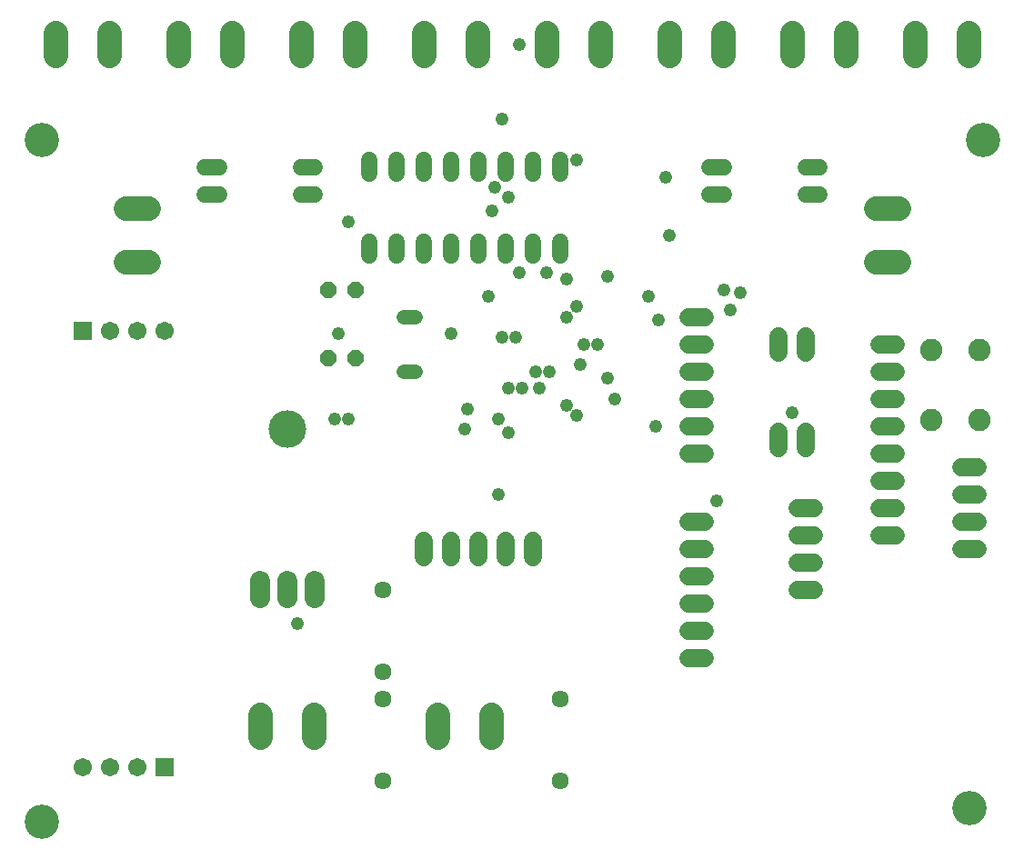
<source format=gbs>
G75*
%MOIN*%
%OFA0B0*%
%FSLAX25Y25*%
%IPPOS*%
%LPD*%
%AMOC8*
5,1,8,0,0,1.08239X$1,22.5*
%
%ADD10C,0.12611*%
%ADD11C,0.05200*%
%ADD12OC8,0.06000*%
%ADD13C,0.08200*%
%ADD14C,0.06800*%
%ADD15C,0.06000*%
%ADD16C,0.09050*%
%ADD17R,0.06737X0.06737*%
%ADD18C,0.06737*%
%ADD19C,0.07400*%
%ADD20C,0.13800*%
%ADD21C,0.06343*%
%ADD22C,0.04800*%
D10*
X0031800Y0036800D03*
X0031800Y0286800D03*
X0371800Y0041800D03*
X0376800Y0286800D03*
D11*
X0169000Y0221800D02*
X0164600Y0221800D01*
X0164600Y0201800D02*
X0169000Y0201800D01*
D12*
X0146800Y0206800D03*
X0136800Y0206800D03*
X0136800Y0231800D03*
X0146800Y0231800D03*
D13*
X0357900Y0209600D03*
X0375700Y0209600D03*
X0375700Y0184000D03*
X0357900Y0184000D03*
D14*
X0344800Y0181800D02*
X0338800Y0181800D01*
X0338800Y0171800D02*
X0344800Y0171800D01*
X0344800Y0161800D02*
X0338800Y0161800D01*
X0338800Y0151800D02*
X0344800Y0151800D01*
X0344800Y0141800D02*
X0338800Y0141800D01*
X0314800Y0141800D02*
X0308800Y0141800D01*
X0308800Y0131800D02*
X0314800Y0131800D01*
X0314800Y0121800D02*
X0308800Y0121800D01*
X0308800Y0151800D02*
X0314800Y0151800D01*
X0311800Y0173800D02*
X0311800Y0179800D01*
X0301800Y0179800D02*
X0301800Y0173800D01*
X0274800Y0171800D02*
X0268800Y0171800D01*
X0268800Y0181800D02*
X0274800Y0181800D01*
X0274800Y0191800D02*
X0268800Y0191800D01*
X0268800Y0201800D02*
X0274800Y0201800D01*
X0274800Y0211800D02*
X0268800Y0211800D01*
X0268800Y0221800D02*
X0274800Y0221800D01*
X0301800Y0214800D02*
X0301800Y0208800D01*
X0311800Y0208800D02*
X0311800Y0214800D01*
X0338800Y0211800D02*
X0344800Y0211800D01*
X0344800Y0201800D02*
X0338800Y0201800D01*
X0338800Y0191800D02*
X0344800Y0191800D01*
X0368800Y0166800D02*
X0374800Y0166800D01*
X0374800Y0156800D02*
X0368800Y0156800D01*
X0368800Y0146800D02*
X0374800Y0146800D01*
X0374800Y0136800D02*
X0368800Y0136800D01*
X0274800Y0136800D02*
X0268800Y0136800D01*
X0268800Y0126800D02*
X0274800Y0126800D01*
X0274800Y0116800D02*
X0268800Y0116800D01*
X0268800Y0106800D02*
X0274800Y0106800D01*
X0274800Y0096800D02*
X0268800Y0096800D01*
X0268800Y0146800D02*
X0274800Y0146800D01*
X0211800Y0139800D02*
X0211800Y0133800D01*
X0201800Y0133800D02*
X0201800Y0139800D01*
X0191800Y0139800D02*
X0191800Y0133800D01*
X0181800Y0133800D02*
X0181800Y0139800D01*
X0171800Y0139800D02*
X0171800Y0133800D01*
D15*
X0171800Y0244200D02*
X0171800Y0249400D01*
X0181800Y0249400D02*
X0181800Y0244200D01*
X0191800Y0244200D02*
X0191800Y0249400D01*
X0201800Y0249400D02*
X0201800Y0244200D01*
X0211800Y0244200D02*
X0211800Y0249400D01*
X0221800Y0249400D02*
X0221800Y0244200D01*
X0221800Y0274200D02*
X0221800Y0279400D01*
X0211800Y0279400D02*
X0211800Y0274200D01*
X0201800Y0274200D02*
X0201800Y0279400D01*
X0191800Y0279400D02*
X0191800Y0274200D01*
X0181800Y0274200D02*
X0181800Y0279400D01*
X0171800Y0279400D02*
X0171800Y0274200D01*
X0161800Y0274200D02*
X0161800Y0279400D01*
X0151800Y0279400D02*
X0151800Y0274200D01*
X0132000Y0276800D02*
X0126800Y0276800D01*
X0126800Y0266800D02*
X0132000Y0266800D01*
X0151800Y0249400D02*
X0151800Y0244200D01*
X0161800Y0244200D02*
X0161800Y0249400D01*
X0096800Y0266800D02*
X0091600Y0266800D01*
X0091600Y0276800D02*
X0096800Y0276800D01*
X0276600Y0276800D02*
X0281800Y0276800D01*
X0281800Y0266800D02*
X0276600Y0266800D01*
X0311800Y0266800D02*
X0317000Y0266800D01*
X0317000Y0276800D02*
X0311800Y0276800D01*
D16*
X0337675Y0261643D02*
X0345925Y0261643D01*
X0345925Y0241957D02*
X0337675Y0241957D01*
X0326643Y0317675D02*
X0326643Y0325925D01*
X0306957Y0325925D02*
X0306957Y0317675D01*
X0281643Y0317675D02*
X0281643Y0325925D01*
X0261957Y0325925D02*
X0261957Y0317675D01*
X0236643Y0317675D02*
X0236643Y0325925D01*
X0216957Y0325925D02*
X0216957Y0317675D01*
X0191643Y0317675D02*
X0191643Y0325925D01*
X0171957Y0325925D02*
X0171957Y0317675D01*
X0146643Y0317675D02*
X0146643Y0325925D01*
X0126957Y0325925D02*
X0126957Y0317675D01*
X0101643Y0317675D02*
X0101643Y0325925D01*
X0081957Y0325925D02*
X0081957Y0317675D01*
X0056643Y0317675D02*
X0056643Y0325925D01*
X0036957Y0325925D02*
X0036957Y0317675D01*
X0062675Y0261643D02*
X0070925Y0261643D01*
X0070925Y0241957D02*
X0062675Y0241957D01*
X0111957Y0075925D02*
X0111957Y0067675D01*
X0131643Y0067675D02*
X0131643Y0075925D01*
X0176957Y0075925D02*
X0176957Y0067675D01*
X0196643Y0067675D02*
X0196643Y0075925D01*
X0351957Y0317675D02*
X0351957Y0325925D01*
X0371643Y0325925D02*
X0371643Y0317675D01*
D17*
X0076800Y0056800D03*
X0046800Y0216800D03*
D18*
X0056800Y0216800D03*
X0066800Y0216800D03*
X0076800Y0216800D03*
X0066800Y0056800D03*
X0056800Y0056800D03*
X0046800Y0056800D03*
D19*
X0111800Y0118500D02*
X0111800Y0125100D01*
X0121800Y0125100D02*
X0121800Y0118500D01*
X0131800Y0118500D02*
X0131800Y0125100D01*
D20*
X0121800Y0180800D03*
D21*
X0156800Y0121800D03*
X0156800Y0091800D03*
X0156800Y0081800D03*
X0156800Y0051800D03*
X0221800Y0051800D03*
X0221800Y0081800D03*
D22*
X0199300Y0156800D03*
X0203050Y0179300D03*
X0199300Y0184300D03*
X0203050Y0195550D03*
X0208050Y0195550D03*
X0214300Y0195550D03*
X0213050Y0201800D03*
X0218050Y0201800D03*
X0229300Y0204300D03*
X0230550Y0211800D03*
X0235550Y0211800D03*
X0224300Y0221800D03*
X0228050Y0225550D03*
X0224300Y0235550D03*
X0216800Y0238050D03*
X0206800Y0238050D03*
X0195550Y0229300D03*
X0181800Y0215550D03*
X0200550Y0214300D03*
X0205550Y0214300D03*
X0224300Y0189300D03*
X0228050Y0185550D03*
X0239300Y0199300D03*
X0241800Y0191800D03*
X0256800Y0181800D03*
X0279300Y0154300D03*
X0306800Y0186800D03*
X0284300Y0224300D03*
X0288050Y0230550D03*
X0281800Y0231800D03*
X0258050Y0220550D03*
X0254300Y0229300D03*
X0239300Y0236800D03*
X0261800Y0251800D03*
X0260550Y0273050D03*
X0228050Y0279300D03*
X0203050Y0265550D03*
X0198050Y0269300D03*
X0196800Y0260550D03*
X0200550Y0294300D03*
X0206800Y0321800D03*
X0144300Y0256800D03*
X0140550Y0215550D03*
X0139300Y0184300D03*
X0144300Y0184300D03*
X0186800Y0180550D03*
X0188050Y0188050D03*
X0125550Y0109300D03*
M02*

</source>
